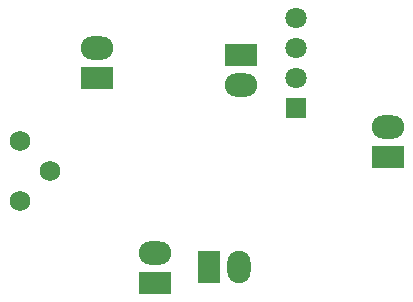
<source format=gbs>
G04*
G04 #@! TF.GenerationSoftware,Altium Limited,Altium Designer,23.11.1 (41)*
G04*
G04 Layer_Color=16711935*
%FSLAX44Y44*%
%MOMM*%
G71*
G04*
G04 #@! TF.SameCoordinates,9B078A48-8F01-46FD-BB7B-D1DAEF03546D*
G04*
G04*
G04 #@! TF.FilePolarity,Negative*
G04*
G01*
G75*
%ADD27O,2.7432X1.9812*%
%ADD28R,2.7432X1.9812*%
%ADD29C,1.7272*%
%ADD30C,1.8032*%
%ADD31R,1.8032X1.8032*%
%ADD32O,1.9812X2.7432*%
%ADD33R,1.9812X2.7432*%
D27*
X243840Y201930D02*
D03*
X121920Y233680D02*
D03*
X171450Y59690D02*
D03*
X368300Y166370D02*
D03*
D28*
X243840Y227330D02*
D03*
X121920Y208280D02*
D03*
X171450Y34290D02*
D03*
X368300Y140970D02*
D03*
D29*
X57150Y154940D02*
D03*
X82296Y129286D02*
D03*
X57404Y103886D02*
D03*
D30*
X290830Y259080D02*
D03*
Y233680D02*
D03*
Y208280D02*
D03*
D31*
Y182880D02*
D03*
D32*
X242570Y48260D02*
D03*
D33*
X217170D02*
D03*
M02*

</source>
